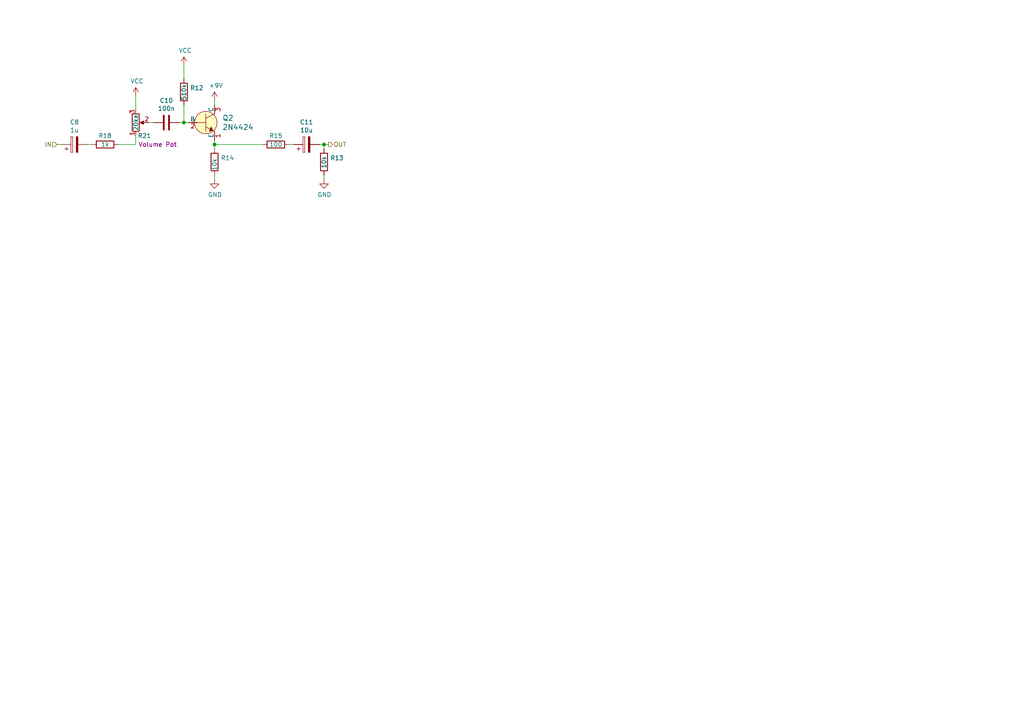
<source format=kicad_sch>
(kicad_sch (version 20211123) (generator eeschema)
  (paper "A4")
  (title_block (title "Screaming Panda Guitar Pedal") (date "2021-08-08") (rev "1v0") (company "John McAvoy"))
  (lib_symbols
    (symbol "Device:C" (pin_numbers hide) (pin_names (offset 0.254))
      (property "Reference" "C" (at 0.635 2.54 0))
      (property "Value" "C" (at 0.635 -2.54 0))
      (symbol "C_0_1"
        (polyline (pts (xy -2.032 -0.762) (xy 2.032 -0.762)) (stroke (width 0.508)))
        (polyline (pts (xy -2.032 0.762) (xy 2.032 0.762)) (stroke (width 0.508)))
      )
      (symbol "C_1_1"
        (pin passive line (at 0 3.81 270) (length 2.794) (name "~") (number "1"))
        (pin passive line (at 0 -3.81 90) (length 2.794) (name "~") (number "2"))
      )
    )
    (symbol "Device:CP" (pin_numbers hide) (pin_names (offset 0.254))
      (property "Reference" "C" (at 0.635 2.54 0))
      (property "Value" "Device_CP" (at 0.635 -2.54 0))
      (symbol "CP_0_1"
        (rectangle (start -2.286 0.508) (end 2.286 1.016))
        (polyline (pts (xy -1.778 2.286) (xy -0.762 2.286)))
        (polyline (pts (xy -1.27 2.794) (xy -1.27 1.778)))
        (rectangle (start 2.286 -0.508) (end -2.286 -1.016) (fill (type outline)))
      )
      (symbol "CP_1_1"
        (pin passive line (at 0 3.81 270) (length 2.794) (name "~") (number "1"))
        (pin passive line (at 0 -3.81 90) (length 2.794) (name "~") (number "2"))
      )
    )
    (symbol "Device:R" (pin_numbers hide) (pin_names (offset 0))
      (property "Reference" "R" (at 2.032 0 90))
      (property "Value" "R" (at 0 0 90))
      (symbol "R_0_1"
        (rectangle (start -1.016 -2.54) (end 1.016 2.54) (stroke (width 0.254)))
      )
      (symbol "R_1_1"
        (pin passive line (at 0 3.81 270) (length 1.27) (name "~") (number "1"))
        (pin passive line (at 0 -3.81 90) (length 1.27) (name "~") (number "2"))
      )
    )
    (symbol "Device:R_POT" (pin_names (offset 1.016) hide)
      (property "Reference" "RV" (at -4.445 0 90))
      (property "Value" "Device_R_POT" (at -2.54 0 90))
      (symbol "R_POT_0_1"
        (polyline (pts (xy 2.54 0) (xy 1.524 0)))
        (polyline (pts (xy 1.143 0) (xy 2.286 0.508) (xy 2.286 -0.508) (xy 1.143 0)) (fill (type outline)))
        (rectangle (start 1.016 2.54) (end -1.016 -2.54) (stroke (width 0.254)))
      )
      (symbol "R_POT_1_1"
        (pin passive line (at 0 3.81 270) (length 1.27) (name "1") (number "1"))
        (pin passive line (at 3.81 0 180) (length 1.27) (name "2") (number "2"))
        (pin passive line (at 0 -3.81 90) (length 1.27) (name "3") (number "3"))
      )
    )
    (symbol "dk_Transistors-Bipolar-BJT-Single:2N4401BU" (pin_names (offset 0))
      (property "Reference" "Q" (at -3.2004 4.2164 0))
      (property "Value" "dk_Transistors-Bipolar-BJT-Single_2N4401BU" (at 5.2324 0 90))
      (symbol "2N4401BU_0_1"
        (polyline (pts (xy -3.81 0) (xy -2.54 0)))
        (polyline (pts (xy -3.556 0) (xy 0 0)))
        (polyline (pts (xy 0 -1.27) (xy 2.54 -2.54)))
        (polyline (pts (xy 0 1.27) (xy 2.54 2.54)))
        (polyline (pts (xy 0 2.54) (xy 0 -2.54)))
        (polyline (pts (xy 1.524 -1.27) (xy 2.032 -2.286) (xy 1.016 -2.54) (xy 1.524 -1.27)) (fill (type outline)))
        (circle (center 0 0) (radius 3.2512) (fill (type background)))
      )
      (symbol "2N4401BU_1_1"
        (pin passive line (at 2.54 -5.08 90) (length 2.54) (name "E") (number "1"))
        (pin input line (at -5.08 0 0) (length 2.54) (name "B") (number "2"))
        (pin passive line (at 2.54 5.08 270) (length 2.54) (name "C") (number "3"))
      )
    )
    (symbol "power:+9V" (power) (pin_names (offset 0))
      (property "Value" "+9V" (at 0 3.556 0))
      (symbol "+9V_0_1"
        (polyline (pts (xy -0.762 1.27) (xy 0 2.54)))
        (polyline (pts (xy 0 0) (xy 0 2.54)))
        (polyline (pts (xy 0 2.54) (xy 0.762 1.27)))
      )
      (symbol "+9V_1_1"
        (pin power_in line (at 0 0 90) (length 0) hide (name "+9V") (number "1"))
      )
    )
    (symbol "power:GND" (power) (pin_names (offset 0))
      (property "Value" "GND" (at 0 -3.81 0))
      (symbol "GND_0_1"
        (polyline (pts (xy 0 0) (xy 0 -1.27) (xy 1.27 -1.27) (xy 0 -2.54) (xy -1.27 -1.27) (xy 0 -1.27)))
      )
      (symbol "GND_1_1"
        (pin power_in line (at 0 0 270) (length 0) hide (name "GND") (number "1"))
      )
    )
    (symbol "power:VCC" (power) (pin_names (offset 0))
      (property "Value" "VCC" (at 0 3.81 0))
      (symbol "VCC_0_1"
        (polyline (pts (xy -0.762 1.27) (xy 0 2.54)))
        (polyline (pts (xy 0 0) (xy 0 2.54)))
        (polyline (pts (xy 0 2.54) (xy 0.762 1.27)))
      )
      (symbol "VCC_1_1"
        (pin power_in line (at 0 0 90) (length 0) hide (name "VCC") (number "1"))
      )
    )
  )
  (junction (at 53.34 35.56))
  (junction (at 62.23 41.91))
  (junction (at 93.98 41.91))
  (wire (pts (xy 52.07 35.56) (xy 53.34 35.56)))
  (wire (pts (xy 43.18 35.56) (xy 44.45 35.56)))
  (wire (pts (xy 53.34 19.05) (xy 53.34 22.86)))
  (wire (pts (xy 16.51 41.91) (xy 17.78 41.91)))
  (wire (pts (xy 93.98 50.8) (xy 93.98 52.07)))
  (wire (pts (xy 39.37 41.91) (xy 34.29 41.91)))
  (wire (pts (xy 62.23 41.91) (xy 62.23 43.18)))
  (wire (pts (xy 62.23 41.91) (xy 76.2 41.91)))
  (wire (pts (xy 62.23 40.64) (xy 62.23 41.91)))
  (wire (pts (xy 53.34 30.48) (xy 53.34 35.56)))
  (wire (pts (xy 62.23 30.48) (xy 62.23 29.21)))
  (wire (pts (xy 39.37 27.94) (xy 39.37 31.75)))
  (wire (pts (xy 25.4 41.91) (xy 26.67 41.91)))
  (wire (pts (xy 93.98 41.91) (xy 95.25 41.91)))
  (wire (pts (xy 83.82 41.91) (xy 85.09 41.91)))
  (wire (pts (xy 93.98 41.91) (xy 93.98 43.18)))
  (wire (pts (xy 62.23 50.8) (xy 62.23 52.07)))
  (wire (pts (xy 39.37 39.37) (xy 39.37 41.91)))
  (wire (pts (xy 53.34 35.56) (xy 54.61 35.56)))
  (wire (pts (xy 92.71 41.91) (xy 93.98 41.91)))
  (hierarchical_label "OUT" (shape output) (at 95.25 41.91 0))
  (hierarchical_label "IN" (shape input) (at 16.51 41.91 180))
  (symbol (lib_id "Device:R_POT") (at 39.37 35.56 0) (mirror x) (unit 1)
    (property "Reference" "R21" (at 41.91 39.37 0))
    (property "Value" "20ka" (at 39.37 35.56 90))
    (property "Footprint" "j-mcavoy:75160-195-03LF" (effects hide))
    (property "Datasheet" "https://www.molex.com/pdm_docs/sd/901200160_sd.pdf" (effects hide))
    (property "Spice_Primitive" "X" (effects hide))
    (property "Spice_Model" "POTVolume" (effects hide))
    (property "Spice_Netlist_Enabled" "Y" (effects hide))
    (property "Spice_Lib_File" "../lib/kicad-library/spice_models/pots.lib" (effects hide))
    (property "Category" "Volume Pot" (at 45.72 41.91 0))
    (property "Digi-Key_PN" "75160-195-08LF" (effects hide))
    (property "MPN" "0901200160" (effects hide))
  )
  (symbol (lib_id "Device:R") (at 30.48 41.91 270) (unit 1)
    (property "Reference" "R18" (at 30.48 39.37 90))
    (property "Value" "1k" (at 30.48 41.91 90))
    (property "Footprint" "Resistor_SMD:R_0805_2012Metric_Pad1.20x1.40mm_HandSolder" (effects hide))
    (property "Datasheet" "https://datasheet.octopart.com/ERA6AEB102V-Panasonic-datasheet-62287448.pdf" (effects hide))
    (property "Digi-Key_PN" "A130048TR-ND" (effects hide))
    (property "MPN" "ERA6AEB102V" (effects hide))
  )
  (symbol (lib_id "Device:C") (at 48.26 35.56 270) (unit 1)
    (property "Reference" "C10" (at 48.26 29.1592 90))
    (property "Value" "100n" (at 48.26 31.4706 90))
    (property "Footprint" "Capacitor_SMD:C_0805_2012Metric_Pad1.18x1.45mm_HandSolder" (effects hide))
    (property "Datasheet" "https://datasheet.octopart.com/C0805C104K3RAC-TU-Kemet-datasheet-5313890.pdf" (effects hide))
    (property "Spice_Primitive" "C" (effects hide))
    (property "Spice_Model" "0.1u" (effects hide))
    (property "Spice_Netlist_Enabled" "Y" (effects hide))
    (property "MPN" "C0805C104K3RACTU" (effects hide))
    (property "Digi-Key_PN" "1276-1321-6-ND" (effects hide))
  )
  (symbol (lib_id "Device:R") (at 53.34 26.67 0) (unit 1)
    (property "Reference" "R12" (at 55.118 25.5016 0) (effects (justify left)))
    (property "Value" "510k" (at 53.34 29.21 90) (effects (justify left)))
    (property "Footprint" "Resistor_SMD:R_0805_2012Metric_Pad1.20x1.40mm_HandSolder" (effects hide))
    (property "Datasheet" "https://datasheet.octopart.com/ERJ-6ENF5103V-Panasonic-datasheet-13266541.pdf" (effects hide))
    (property "Digi-Key_PN" "2019-RN73R2ATTD5053F100TR-ND" (effects hide))
    (property "MPN" "ERJ-6ENF5103V" (effects hide))
  )
  (symbol (lib_id "dk_Transistors-Bipolar-BJT-Single:2N4401BU") (at 59.69 35.56 0) (unit 1)
    (property "Reference" "Q2" (at 64.4652 34.2138 0) (effects (font (size 1.524 1.524)) (justify left)))
    (property "Value" "2N4424" (at 64.4652 36.9062 0) (effects (font (size 1.524 1.524)) (justify left)))
    (property "Footprint" "j-mcavoy:TO-92-3_Formed_Leads" (effects hide))
    (property "Datasheet" "https://my.centralsemi.com/datasheets/2N4424.PDF" (effects hide))
    (property "Digi-Key_PN" "2N4401-ND" (effects hide))
    (property "MPN" "2N4424" (effects hide))
    (property "Category" "Discrete Semiconductor Products" (effects hide))
    (property "Family" "Transistors - Bipolar (BJT) - Single" (effects hide))
    (property "DK_Datasheet_Link" "https://www.onsemi.com/pub/Collateral/MMBT4401-D.PDF" (effects hide))
    (property "DK_Detail_Page" "/product-detail/en/on-semiconductor/2N4401BU/2N4401-ND/1417" (effects hide))
    (property "Description" "TRANS NPN 40V 0.6A TO-92" (effects hide))
    (property "Manufacturer" "ON Semiconductor" (effects hide))
    (property "Status" "Active" (effects hide))
    (property "Spice_Lib_File" "../lib/kicad-library/spice_models/2N4424.lib" (effects hide))
    (property "Spice_Model" "2N4424" (effects hide))
    (property "Spice_Netlist_Enabled" "Y" (effects hide))
    (property "Spice_Primitive" "Q" (effects hide))
    (property "Spice_Node_Sequence" "3 2 1" (effects hide))
  )
  (symbol (lib_id "power:+9V") (at 62.23 29.21 0) (unit 1)
    (property "Reference" "#PWR020" (effects hide))
    (property "Value" "+9V" (at 62.611 24.8158 0))
  )
  (symbol (lib_id "power:GND") (at 62.23 52.07 0) (unit 1)
    (property "Reference" "#PWR021" (effects hide))
    (property "Value" "GND" (at 62.357 56.4642 0))
  )
  (symbol (lib_id "Device:R") (at 62.23 46.99 0) (unit 1)
    (property "Reference" "R14" (at 64.008 45.8216 0) (effects (justify left)))
    (property "Value" "10k" (at 62.23 49.53 90) (effects (justify left)))
    (property "Footprint" "Resistor_SMD:R_0805_2012Metric_Pad1.20x1.40mm_HandSolder" (effects hide))
    (property "Datasheet" "https://datasheet.octopart.com/ERJ-6GEYJ103V-Panasonic-datasheet-13266872.pdf" (effects hide))
    (property "Digi-Key_PN" "RG2012N-474-W-T1" (effects hide))
    (property "MPN" "ERJ-6GEYJ103V" (effects hide))
  )
  (symbol (lib_id "Device:R") (at 80.01 41.91 270) (unit 1)
    (property "Reference" "R15" (at 80.01 39.37 90))
    (property "Value" "100" (at 80.01 41.91 90))
    (property "Footprint" "Resistor_SMD:R_0805_2012Metric_Pad1.20x1.40mm_HandSolder" (effects hide))
    (property "Datasheet" "https://datasheet.octopart.com/ERJ-6GEYJ101V-Panasonic-datasheet-13266872.pdf" (effects hide))
    (property "Digi-Key_PN" "541-100ANDKR-ND" (effects hide))
    (property "MPN" "ERJ-6GEYJ101V" (effects hide))
  )
  (symbol (lib_id "Device:CP") (at 88.9 41.91 90) (unit 1)
    (property "Reference" "C11" (at 88.9 35.433 90))
    (property "Value" "10u" (at 88.9 37.7444 90))
    (property "Footprint" "Capacitor_SMD:C_0805_2012Metric_Pad1.18x1.45mm_HandSolder" (effects hide))
    (property "Datasheet" "https://datasheet.octopart.com/C0805C106K8PACTU-KEMET-datasheet-149523945.pdf" (effects hide))
    (property "MPN" "C0805C106K8PACTU" (effects hide))
    (property "Digi-Key_PN" "478-10766-6-ND" (effects hide))
  )
  (symbol (lib_id "Device:R") (at 93.98 46.99 0) (unit 1)
    (property "Reference" "R13" (at 95.758 45.8216 0) (effects (justify left)))
    (property "Value" "10k" (at 93.98 48.895 90) (effects (justify left)))
    (property "Footprint" "Resistor_SMD:R_0805_2012Metric_Pad1.20x1.40mm_HandSolder" (effects hide))
    (property "Datasheet" "https://datasheet.octopart.com/ERJ-6GEYJ103V-Panasonic-datasheet-13266872.pdf" (effects hide))
    (property "Digi-Key_PN" "RG2012N-474-W-T1" (effects hide))
    (property "MPN" "ERJ-6GEYJ103V" (effects hide))
  )
  (symbol (lib_id "power:GND") (at 93.98 52.07 0) (unit 1)
    (property "Reference" "#PWR022" (effects hide))
    (property "Value" "GND" (at 94.107 56.4642 0))
  )
  (symbol (lib_id "power:VCC") (at 39.37 27.94 0) (unit 1)
    (property "Reference" "#PWR0112" (effects hide))
    (property "Value" "VCC" (at 39.751 23.5458 0))
  )
  (symbol (lib_id "power:VCC") (at 53.34 19.05 0) (unit 1)
    (property "Reference" "#PWR0113" (effects hide))
    (property "Value" "VCC" (at 53.721 14.6558 0))
  )
  (symbol (lib_id "Device:CP") (at 21.59 41.91 90) (unit 1)
    (property "Reference" "C8" (at 21.59 35.433 90))
    (property "Value" "1u" (at 21.59 37.7444 90))
    (property "Footprint" "Capacitor_SMD:C_0805_2012Metric_Pad1.18x1.45mm_HandSolder" (effects hide))
    (property "Datasheet" "https://datasheet.octopart.com/C0805C105K4RACTU-KEMET-datasheet-149523919.pdf" (effects hide))
    (property "MPN" "C0805C105K4RACTU" (effects hide))
    (property "Digi-Key_PN" "0603ZD106KAT2A" (effects hide))
  )
)
</source>
